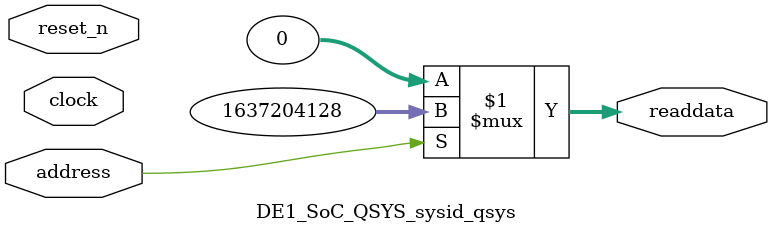
<source format=v>

`timescale 1ns / 1ps
// synthesis translate_on

// turn off superfluous verilog processor warnings 
// altera message_level Level1 
// altera message_off 10034 10035 10036 10037 10230 10240 10030 

module DE1_SoC_QSYS_sysid_qsys (
               // inputs:
                address,
                clock,
                reset_n,

               // outputs:
                readdata
             )
;

  output  [ 31: 0] readdata;
  input            address;
  input            clock;
  input            reset_n;

  wire    [ 31: 0] readdata;
  //control_slave, which is an e_avalon_slave
  assign readdata = address ? 1637204128 : 0;

endmodule




</source>
